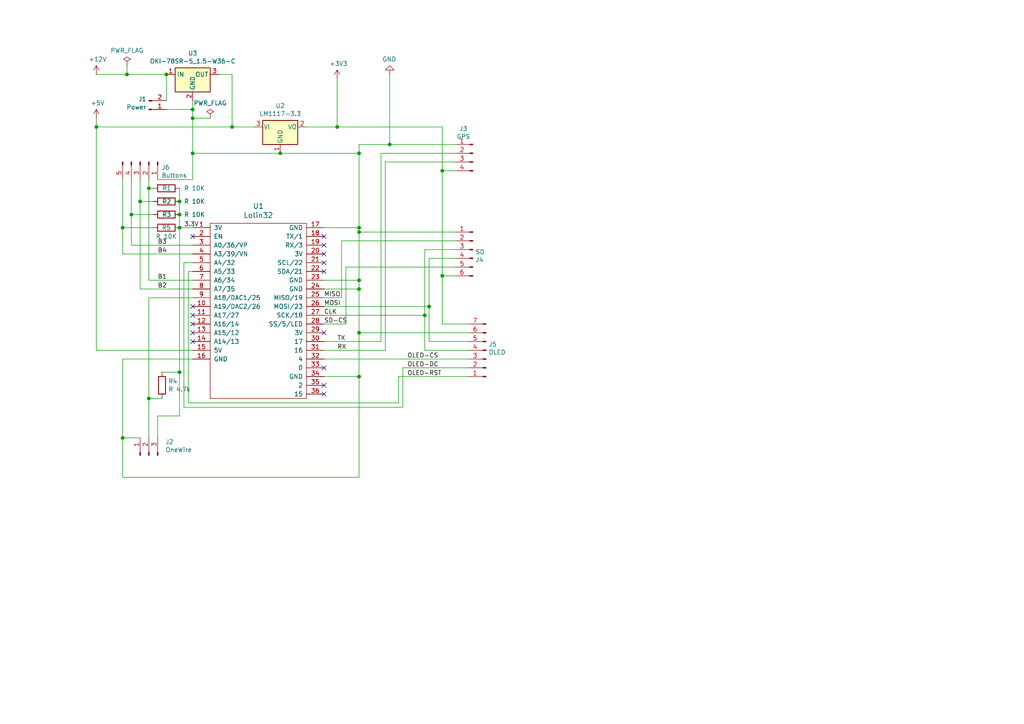
<source format=kicad_sch>
(kicad_sch (version 20211123) (generator eeschema)
  (paper "A4")
  (title_block (title "GpsRouteTracker") (date "2021-01-08") (rev "2.0.0") (company "Riegelbauer"))
  (lib_symbols
    (symbol "Connector:Conn_01x02_Male" (pin_names (offset 1.016) hide)
      (property "Reference" "J" (at 0 2.54 0))
      (property "Value" "Conn_01x02_Male" (at 0 -5.08 0))
      (symbol "Conn_01x02_Male_1_1"
        (polyline (pts (xy 1.27 -2.54) (xy 0.8636 -2.54)) (stroke (width 0.1524)))
        (polyline (pts (xy 1.27 0) (xy 0.8636 0)) (stroke (width 0.1524)))
        (rectangle (start 0.8636 -2.413) (end 0 -2.667) (stroke (width 0.1524)) (fill (type outline)))
        (rectangle (start 0.8636 0.127) (end 0 -0.127) (stroke (width 0.1524)) (fill (type outline)))
        (pin passive line (at 5.08 0 180) (length 3.81) (name "Pin_1") (number "1"))
        (pin passive line (at 5.08 -2.54 180) (length 3.81) (name "Pin_2") (number "2"))
      )
    )
    (symbol "Connector:Conn_01x03_Male" (pin_names (offset 1.016) hide)
      (property "Reference" "J" (at 0 5.08 0))
      (property "Value" "Conn_01x03_Male" (at 0 -5.08 0))
      (symbol "Conn_01x03_Male_1_1"
        (polyline (pts (xy 1.27 -2.54) (xy 0.8636 -2.54)) (stroke (width 0.1524)))
        (polyline (pts (xy 1.27 0) (xy 0.8636 0)) (stroke (width 0.1524)))
        (polyline (pts (xy 1.27 2.54) (xy 0.8636 2.54)) (stroke (width 0.1524)))
        (rectangle (start 0.8636 -2.413) (end 0 -2.667) (stroke (width 0.1524)) (fill (type outline)))
        (rectangle (start 0.8636 0.127) (end 0 -0.127) (stroke (width 0.1524)) (fill (type outline)))
        (rectangle (start 0.8636 2.667) (end 0 2.413) (stroke (width 0.1524)) (fill (type outline)))
        (pin passive line (at 5.08 2.54 180) (length 3.81) (name "Pin_1") (number "1"))
        (pin passive line (at 5.08 0 180) (length 3.81) (name "Pin_2") (number "2"))
        (pin passive line (at 5.08 -2.54 180) (length 3.81) (name "Pin_3") (number "3"))
      )
    )
    (symbol "Connector:Conn_01x04_Male" (pin_names (offset 1.016) hide)
      (property "Reference" "J" (at 0 5.08 0))
      (property "Value" "Conn_01x04_Male" (at 0 -7.62 0))
      (symbol "Conn_01x04_Male_1_1"
        (polyline (pts (xy 1.27 -5.08) (xy 0.8636 -5.08)) (stroke (width 0.1524)))
        (polyline (pts (xy 1.27 -2.54) (xy 0.8636 -2.54)) (stroke (width 0.1524)))
        (polyline (pts (xy 1.27 0) (xy 0.8636 0)) (stroke (width 0.1524)))
        (polyline (pts (xy 1.27 2.54) (xy 0.8636 2.54)) (stroke (width 0.1524)))
        (rectangle (start 0.8636 -4.953) (end 0 -5.207) (stroke (width 0.1524)) (fill (type outline)))
        (rectangle (start 0.8636 -2.413) (end 0 -2.667) (stroke (width 0.1524)) (fill (type outline)))
        (rectangle (start 0.8636 0.127) (end 0 -0.127) (stroke (width 0.1524)) (fill (type outline)))
        (rectangle (start 0.8636 2.667) (end 0 2.413) (stroke (width 0.1524)) (fill (type outline)))
        (pin passive line (at 5.08 2.54 180) (length 3.81) (name "Pin_1") (number "1"))
        (pin passive line (at 5.08 0 180) (length 3.81) (name "Pin_2") (number "2"))
        (pin passive line (at 5.08 -2.54 180) (length 3.81) (name "Pin_3") (number "3"))
        (pin passive line (at 5.08 -5.08 180) (length 3.81) (name "Pin_4") (number "4"))
      )
    )
    (symbol "Connector:Conn_01x05_Male" (pin_names (offset 1.016) hide)
      (property "Reference" "J" (at 0 7.62 0))
      (property "Value" "Conn_01x05_Male" (at 0 -7.62 0))
      (symbol "Conn_01x05_Male_1_1"
        (polyline (pts (xy 1.27 -5.08) (xy 0.8636 -5.08)) (stroke (width 0.1524)))
        (polyline (pts (xy 1.27 -2.54) (xy 0.8636 -2.54)) (stroke (width 0.1524)))
        (polyline (pts (xy 1.27 0) (xy 0.8636 0)) (stroke (width 0.1524)))
        (polyline (pts (xy 1.27 2.54) (xy 0.8636 2.54)) (stroke (width 0.1524)))
        (polyline (pts (xy 1.27 5.08) (xy 0.8636 5.08)) (stroke (width 0.1524)))
        (rectangle (start 0.8636 -4.953) (end 0 -5.207) (stroke (width 0.1524)) (fill (type outline)))
        (rectangle (start 0.8636 -2.413) (end 0 -2.667) (stroke (width 0.1524)) (fill (type outline)))
        (rectangle (start 0.8636 0.127) (end 0 -0.127) (stroke (width 0.1524)) (fill (type outline)))
        (rectangle (start 0.8636 2.667) (end 0 2.413) (stroke (width 0.1524)) (fill (type outline)))
        (rectangle (start 0.8636 5.207) (end 0 4.953) (stroke (width 0.1524)) (fill (type outline)))
        (pin passive line (at 5.08 5.08 180) (length 3.81) (name "Pin_1") (number "1"))
        (pin passive line (at 5.08 2.54 180) (length 3.81) (name "Pin_2") (number "2"))
        (pin passive line (at 5.08 0 180) (length 3.81) (name "Pin_3") (number "3"))
        (pin passive line (at 5.08 -2.54 180) (length 3.81) (name "Pin_4") (number "4"))
        (pin passive line (at 5.08 -5.08 180) (length 3.81) (name "Pin_5") (number "5"))
      )
    )
    (symbol "Connector:Conn_01x06_Male" (pin_names (offset 1.016) hide)
      (property "Reference" "J" (at 0 7.62 0))
      (property "Value" "Conn_01x06_Male" (at 0 -10.16 0))
      (symbol "Conn_01x06_Male_1_1"
        (polyline (pts (xy 1.27 -7.62) (xy 0.8636 -7.62)) (stroke (width 0.1524)))
        (polyline (pts (xy 1.27 -5.08) (xy 0.8636 -5.08)) (stroke (width 0.1524)))
        (polyline (pts (xy 1.27 -2.54) (xy 0.8636 -2.54)) (stroke (width 0.1524)))
        (polyline (pts (xy 1.27 0) (xy 0.8636 0)) (stroke (width 0.1524)))
        (polyline (pts (xy 1.27 2.54) (xy 0.8636 2.54)) (stroke (width 0.1524)))
        (polyline (pts (xy 1.27 5.08) (xy 0.8636 5.08)) (stroke (width 0.1524)))
        (rectangle (start 0.8636 -7.493) (end 0 -7.747) (stroke (width 0.1524)) (fill (type outline)))
        (rectangle (start 0.8636 -4.953) (end 0 -5.207) (stroke (width 0.1524)) (fill (type outline)))
        (rectangle (start 0.8636 -2.413) (end 0 -2.667) (stroke (width 0.1524)) (fill (type outline)))
        (rectangle (start 0.8636 0.127) (end 0 -0.127) (stroke (width 0.1524)) (fill (type outline)))
        (rectangle (start 0.8636 2.667) (end 0 2.413) (stroke (width 0.1524)) (fill (type outline)))
        (rectangle (start 0.8636 5.207) (end 0 4.953) (stroke (width 0.1524)) (fill (type outline)))
        (pin passive line (at 5.08 5.08 180) (length 3.81) (name "Pin_1") (number "1"))
        (pin passive line (at 5.08 2.54 180) (length 3.81) (name "Pin_2") (number "2"))
        (pin passive line (at 5.08 0 180) (length 3.81) (name "Pin_3") (number "3"))
        (pin passive line (at 5.08 -2.54 180) (length 3.81) (name "Pin_4") (number "4"))
        (pin passive line (at 5.08 -5.08 180) (length 3.81) (name "Pin_5") (number "5"))
        (pin passive line (at 5.08 -7.62 180) (length 3.81) (name "Pin_6") (number "6"))
      )
    )
    (symbol "Connector:Conn_01x07_Male" (pin_names (offset 1.016) hide)
      (property "Reference" "J" (at 0 10.16 0))
      (property "Value" "Conn_01x07_Male" (at 0 -10.16 0))
      (symbol "Conn_01x07_Male_1_1"
        (polyline (pts (xy 1.27 -7.62) (xy 0.8636 -7.62)) (stroke (width 0.1524)))
        (polyline (pts (xy 1.27 -5.08) (xy 0.8636 -5.08)) (stroke (width 0.1524)))
        (polyline (pts (xy 1.27 -2.54) (xy 0.8636 -2.54)) (stroke (width 0.1524)))
        (polyline (pts (xy 1.27 0) (xy 0.8636 0)) (stroke (width 0.1524)))
        (polyline (pts (xy 1.27 2.54) (xy 0.8636 2.54)) (stroke (width 0.1524)))
        (polyline (pts (xy 1.27 5.08) (xy 0.8636 5.08)) (stroke (width 0.1524)))
        (polyline (pts (xy 1.27 7.62) (xy 0.8636 7.62)) (stroke (width 0.1524)))
        (rectangle (start 0.8636 -7.493) (end 0 -7.747) (stroke (width 0.1524)) (fill (type outline)))
        (rectangle (start 0.8636 -4.953) (end 0 -5.207) (stroke (width 0.1524)) (fill (type outline)))
        (rectangle (start 0.8636 -2.413) (end 0 -2.667) (stroke (width 0.1524)) (fill (type outline)))
        (rectangle (start 0.8636 0.127) (end 0 -0.127) (stroke (width 0.1524)) (fill (type outline)))
        (rectangle (start 0.8636 2.667) (end 0 2.413) (stroke (width 0.1524)) (fill (type outline)))
        (rectangle (start 0.8636 5.207) (end 0 4.953) (stroke (width 0.1524)) (fill (type outline)))
        (rectangle (start 0.8636 7.747) (end 0 7.493) (stroke (width 0.1524)) (fill (type outline)))
        (pin passive line (at 5.08 7.62 180) (length 3.81) (name "Pin_1") (number "1"))
        (pin passive line (at 5.08 5.08 180) (length 3.81) (name "Pin_2") (number "2"))
        (pin passive line (at 5.08 2.54 180) (length 3.81) (name "Pin_3") (number "3"))
        (pin passive line (at 5.08 0 180) (length 3.81) (name "Pin_4") (number "4"))
        (pin passive line (at 5.08 -2.54 180) (length 3.81) (name "Pin_5") (number "5"))
        (pin passive line (at 5.08 -5.08 180) (length 3.81) (name "Pin_6") (number "6"))
        (pin passive line (at 5.08 -7.62 180) (length 3.81) (name "Pin_7") (number "7"))
      )
    )
    (symbol "Converter_DCDC:OKI-78SR-5_1.5-W36-C"
      (property "Reference" "U" (at -3.81 3.175 0))
      (property "Value" "OKI-78SR-5_1.5-W36-C" (at 0 3.175 0))
      (symbol "OKI-78SR-5_1.5-W36-C_0_1"
        (rectangle (start -5.08 1.905) (end 5.08 -5.08) (stroke (width 0.254)) (fill (type background)))
      )
      (symbol "OKI-78SR-5_1.5-W36-C_1_1"
        (pin power_in line (at -7.62 0 0) (length 2.54) (name "IN") (number "1"))
        (pin power_in line (at 0 -7.62 90) (length 2.54) (name "GND") (number "2"))
        (pin power_out line (at 7.62 0 180) (length 2.54) (name "OUT") (number "3"))
      )
    )
    (symbol "Device:R" (pin_numbers hide) (pin_names (offset 0))
      (property "Reference" "R" (at 2.032 0 90))
      (property "Value" "R" (at 0 0 90))
      (symbol "R_0_1"
        (rectangle (start -1.016 -2.54) (end 1.016 2.54) (stroke (width 0.254)))
      )
      (symbol "R_1_1"
        (pin passive line (at 0 3.81 270) (length 1.27) (name "~") (number "1"))
        (pin passive line (at 0 -3.81 90) (length 1.27) (name "~") (number "2"))
      )
    )
    (symbol "GpsRouteTracker-rescue:+3.3V-power" (power) (pin_names (offset 0))
      (property "Value" "+3.3V-power" (at 0 3.556 0))
      (symbol "+3.3V-power_0_1"
        (polyline (pts (xy -0.762 1.27) (xy 0 2.54)))
        (polyline (pts (xy 0 0) (xy 0 2.54)))
        (polyline (pts (xy 0 2.54) (xy 0.762 1.27)))
      )
      (symbol "+3.3V-power_1_1"
        (pin power_in line (at 0 0 90) (length 0) hide (name "+3V3") (number "1"))
      )
    )
    (symbol "GpsRouteTracker-rescue:Lolin32-symbols" (pin_names (offset 1.016))
      (property "Reference" "U" (at 19.05 -26.67 0))
      (property "Value" "Lolin32-symbols" (at -1.27 26.67 0))
      (symbol "Lolin32-symbols_0_1"
        (rectangle (start -7.62 25.4) (end 20.32 -25.4))
      )
      (symbol "Lolin32-symbols_1_1"
        (pin input line (at -12.7 24.13 0) (length 5.08) (name "3V") (number "1"))
        (pin input line (at -12.7 1.27 0) (length 5.08) (name "A19/DAC2/26") (number "10"))
        (pin input line (at -12.7 -1.27 0) (length 5.08) (name "A17/27") (number "11"))
        (pin input line (at -12.7 -3.81 0) (length 5.08) (name "A16/14") (number "12"))
        (pin input line (at -12.7 -6.35 0) (length 5.08) (name "A15/12") (number "13"))
        (pin input line (at -12.7 -8.89 0) (length 5.08) (name "A14/13") (number "14"))
        (pin input line (at -12.7 -11.43 0) (length 5.08) (name "5V") (number "15"))
        (pin input line (at -12.7 -13.97 0) (length 5.08) (name "GND") (number "16"))
        (pin input line (at 25.4 24.13 180) (length 5.08) (name "GND") (number "17"))
        (pin input line (at 25.4 21.59 180) (length 5.08) (name "TX/1") (number "18"))
        (pin input line (at 25.4 19.05 180) (length 5.08) (name "RX/3") (number "19"))
        (pin input line (at -12.7 21.59 0) (length 5.08) (name "EN") (number "2"))
        (pin input line (at 25.4 16.51 180) (length 5.08) (name "3V") (number "20"))
        (pin input line (at 25.4 13.97 180) (length 5.08) (name "SCL/22") (number "21"))
        (pin input line (at 25.4 11.43 180) (length 5.08) (name "SDA/21") (number "22"))
        (pin input line (at 25.4 8.89 180) (length 5.08) (name "GND") (number "23"))
        (pin input line (at 25.4 6.35 180) (length 5.08) (name "GND") (number "24"))
        (pin input line (at 25.4 3.81 180) (length 5.08) (name "MISO/19") (number "25"))
        (pin input line (at 25.4 1.27 180) (length 5.08) (name "MOSI/23") (number "26"))
        (pin input line (at 25.4 -1.27 180) (length 5.08) (name "SCK/18") (number "27"))
        (pin input line (at 25.4 -3.81 180) (length 5.08) (name "SS/5/LED") (number "28"))
        (pin input line (at 25.4 -6.35 180) (length 5.08) (name "3V") (number "29"))
        (pin input line (at -12.7 19.05 0) (length 5.08) (name "A0/36/VP") (number "3"))
        (pin input line (at 25.4 -8.89 180) (length 5.08) (name "17") (number "30"))
        (pin input line (at 25.4 -11.43 180) (length 5.08) (name "16") (number "31"))
        (pin input line (at 25.4 -13.97 180) (length 5.08) (name "4") (number "32"))
        (pin input line (at 25.4 -16.51 180) (length 5.08) (name "0") (number "33"))
        (pin input line (at 25.4 -19.05 180) (length 5.08) (name "GND") (number "34"))
        (pin input line (at 25.4 -21.59 180) (length 5.08) (name "2") (number "35"))
        (pin input line (at 25.4 -24.13 180) (length 5.08) (name "15") (number "36"))
        (pin input line (at -12.7 16.51 0) (length 5.08) (name "A3/39/VN") (number "4"))
        (pin input line (at -12.7 13.97 0) (length 5.08) (name "A4/32") (number "5"))
        (pin input line (at -12.7 11.43 0) (length 5.08) (name "A5/33") (number "6"))
        (pin input line (at -12.7 8.89 0) (length 5.08) (name "A6/34") (number "7"))
        (pin input line (at -12.7 6.35 0) (length 5.08) (name "A7/35") (number "8"))
        (pin input line (at -12.7 3.81 0) (length 5.08) (name "A18/DAC1/25") (number "9"))
      )
    )
    (symbol "Regulator_Linear:LM1117-3.3" (pin_names (offset 0.254))
      (property "Reference" "U" (at -3.81 3.175 0))
      (property "Value" "LM1117-3.3" (at 0 3.175 0))
      (symbol "LM1117-3.3_0_1"
        (rectangle (start -5.08 -5.08) (end 5.08 1.905) (stroke (width 0.254)) (fill (type background)))
      )
      (symbol "LM1117-3.3_1_1"
        (pin power_in line (at 0 -7.62 90) (length 2.54) (name "GND") (number "1"))
        (pin power_out line (at 7.62 0 180) (length 2.54) (name "VO") (number "2"))
        (pin power_in line (at -7.62 0 0) (length 2.54) (name "VI") (number "3"))
      )
    )
    (symbol "power:+12V" (power) (pin_names (offset 0))
      (property "Value" "+12V" (at 0 3.556 0))
      (symbol "+12V_0_1"
        (polyline (pts (xy -0.762 1.27) (xy 0 2.54)))
        (polyline (pts (xy 0 0) (xy 0 2.54)))
        (polyline (pts (xy 0 2.54) (xy 0.762 1.27)))
      )
      (symbol "+12V_1_1"
        (pin power_in line (at 0 0 90) (length 0) hide (name "+12V") (number "1"))
      )
    )
    (symbol "power:+5V" (power) (pin_names (offset 0))
      (property "Value" "+5V" (at 0 3.556 0))
      (symbol "+5V_0_1"
        (polyline (pts (xy -0.762 1.27) (xy 0 2.54)))
        (polyline (pts (xy 0 0) (xy 0 2.54)))
        (polyline (pts (xy 0 2.54) (xy 0.762 1.27)))
      )
      (symbol "+5V_1_1"
        (pin power_in line (at 0 0 90) (length 0) hide (name "+5V") (number "1"))
      )
    )
    (symbol "power:GND" (power) (pin_names (offset 0))
      (property "Value" "GND" (at 0 -3.81 0))
      (symbol "GND_0_1"
        (polyline (pts (xy 0 0) (xy 0 -1.27) (xy 1.27 -1.27) (xy 0 -2.54) (xy -1.27 -1.27) (xy 0 -1.27)))
      )
      (symbol "GND_1_1"
        (pin power_in line (at 0 0 270) (length 0) hide (name "GND") (number "1"))
      )
    )
    (symbol "power:PWR_FLAG" (power) (pin_numbers hide) (pin_names (offset 0) hide)
      (property "Value" "PWR_FLAG" (at 0 3.81 0))
      (symbol "PWR_FLAG_0_0"
        (pin power_out line (at 0 0 90) (length 0) (name "pwr") (number "1"))
      )
      (symbol "PWR_FLAG_0_1"
        (polyline (pts (xy 0 0) (xy 0 1.27) (xy -1.016 1.905) (xy 0 2.54) (xy 1.016 1.905) (xy 0 1.27)))
      )
    )
  )
  (junction (at 67.31 36.83))
  (junction (at 104.14 66.04))
  (junction (at 52.07 62.23))
  (junction (at 55.88 44.45))
  (junction (at 104.14 44.45))
  (junction (at 104.14 67.31))
  (junction (at 97.79 36.83))
  (junction (at 52.07 66.04))
  (junction (at 81.28 44.45))
  (junction (at 27.94 36.83))
  (junction (at 43.18 115.57))
  (junction (at 38.1 62.23))
  (junction (at 128.27 49.53))
  (junction (at 128.27 80.01))
  (junction (at 123.19 91.44))
  (junction (at 55.88 31.75))
  (junction (at 113.03 41.91))
  (junction (at 36.83 21.59))
  (junction (at 52.07 58.42))
  (junction (at 35.56 66.04))
  (junction (at 35.56 127))
  (junction (at 43.18 54.61))
  (junction (at 52.07 107.95))
  (junction (at 48.26 21.59))
  (junction (at 104.14 109.22))
  (junction (at 104.14 83.82))
  (junction (at 55.88 34.29))
  (junction (at 40.64 58.42))
  (junction (at 124.46 88.9))
  (junction (at 104.14 81.28))
  (junction (at 104.14 96.52))
  (no_connect (at 93.98 68.58))
  (no_connect (at 55.88 91.44))
  (no_connect (at 93.98 76.2))
  (no_connect (at 93.98 96.52))
  (no_connect (at 93.98 71.12))
  (no_connect (at 93.98 111.76))
  (no_connect (at 55.88 88.9))
  (no_connect (at 93.98 114.3))
  (no_connect (at 55.88 68.58))
  (no_connect (at 55.88 96.52))
  (no_connect (at 55.88 93.98))
  (no_connect (at 93.98 78.74))
  (no_connect (at 93.98 106.68))
  (no_connect (at 93.98 73.66))
  (no_connect (at 55.88 99.06))
  (wire (pts (xy 55.88 34.29) (xy 55.88 44.45)))
  (wire (pts (xy 52.07 66.04) (xy 52.07 62.23)))
  (wire (pts (xy 55.88 83.82) (xy 40.64 83.82)))
  (wire (pts (xy 110.49 44.45) (xy 132.08 44.45)))
  (wire (pts (xy 124.46 74.93) (xy 132.08 74.93)))
  (wire (pts (xy 123.19 101.6) (xy 135.89 101.6)))
  (wire (pts (xy 43.18 86.36) (xy 43.18 115.57)))
  (wire (pts (xy 93.98 104.14) (xy 135.89 104.14)))
  (wire (pts (xy 38.1 62.23) (xy 38.1 71.12)))
  (wire (pts (xy 115.57 109.22) (xy 135.89 109.22)))
  (wire (pts (xy 135.89 93.98) (xy 128.27 93.98)))
  (wire (pts (xy 55.88 52.07) (xy 55.88 44.45)))
  (wire (pts (xy 104.14 44.45) (xy 104.14 41.91)))
  (wire (pts (xy 81.28 44.45) (xy 104.14 44.45)))
  (wire (pts (xy 43.18 115.57) (xy 43.18 127)))
  (wire (pts (xy 93.98 81.28) (xy 104.14 81.28)))
  (wire (pts (xy 44.45 66.04) (xy 35.56 66.04)))
  (wire (pts (xy 55.88 71.12) (xy 38.1 71.12)))
  (wire (pts (xy 35.56 104.14) (xy 55.88 104.14)))
  (wire (pts (xy 44.45 62.23) (xy 38.1 62.23)))
  (wire (pts (xy 93.98 88.9) (xy 124.46 88.9)))
  (wire (pts (xy 124.46 88.9) (xy 124.46 74.93)))
  (wire (pts (xy 27.94 36.83) (xy 67.31 36.83)))
  (wire (pts (xy 99.06 69.85) (xy 99.06 86.36)))
  (wire (pts (xy 124.46 88.9) (xy 124.46 99.06)))
  (wire (pts (xy 113.03 21.59) (xy 113.03 41.91)))
  (wire (pts (xy 111.76 101.6) (xy 111.76 46.99)))
  (wire (pts (xy 44.45 54.61) (xy 43.18 54.61)))
  (wire (pts (xy 93.98 109.22) (xy 104.14 109.22)))
  (wire (pts (xy 55.88 73.66) (xy 35.56 73.66)))
  (wire (pts (xy 55.88 34.29) (xy 60.96 34.29)))
  (wire (pts (xy 27.94 21.59) (xy 36.83 21.59)))
  (wire (pts (xy 43.18 52.07) (xy 43.18 54.61)))
  (wire (pts (xy 55.88 44.45) (xy 81.28 44.45)))
  (wire (pts (xy 113.03 41.91) (xy 132.08 41.91)))
  (wire (pts (xy 43.18 54.61) (xy 43.18 81.28)))
  (wire (pts (xy 55.88 76.2) (xy 53.34 76.2)))
  (wire (pts (xy 100.33 77.47) (xy 132.08 77.47)))
  (wire (pts (xy 128.27 49.53) (xy 132.08 49.53)))
  (wire (pts (xy 52.07 66.04) (xy 55.88 66.04)))
  (wire (pts (xy 48.26 31.75) (xy 55.88 31.75)))
  (wire (pts (xy 40.64 58.42) (xy 40.64 83.82)))
  (wire (pts (xy 40.64 52.07) (xy 40.64 58.42)))
  (wire (pts (xy 54.61 116.84) (xy 115.57 116.84)))
  (wire (pts (xy 99.06 86.36) (xy 93.98 86.36)))
  (wire (pts (xy 43.18 115.57) (xy 46.99 115.57)))
  (wire (pts (xy 100.33 93.98) (xy 100.33 77.47)))
  (wire (pts (xy 93.98 99.06) (xy 110.49 99.06)))
  (wire (pts (xy 104.14 81.28) (xy 104.14 83.82)))
  (wire (pts (xy 54.61 78.74) (xy 54.61 116.84)))
  (wire (pts (xy 111.76 46.99) (xy 132.08 46.99)))
  (wire (pts (xy 67.31 21.59) (xy 67.31 36.83)))
  (wire (pts (xy 88.9 36.83) (xy 97.79 36.83)))
  (wire (pts (xy 116.84 118.11) (xy 116.84 106.68)))
  (wire (pts (xy 104.14 67.31) (xy 104.14 81.28)))
  (wire (pts (xy 52.07 120.65) (xy 45.72 120.65)))
  (wire (pts (xy 104.14 41.91) (xy 113.03 41.91)))
  (wire (pts (xy 52.07 66.04) (xy 52.07 107.95)))
  (wire (pts (xy 55.88 31.75) (xy 55.88 34.29)))
  (wire (pts (xy 135.89 96.52) (xy 104.14 96.52)))
  (wire (pts (xy 35.56 127) (xy 35.56 138.43)))
  (wire (pts (xy 53.34 76.2) (xy 53.34 118.11)))
  (wire (pts (xy 115.57 116.84) (xy 115.57 109.22)))
  (wire (pts (xy 128.27 36.83) (xy 128.27 49.53)))
  (wire (pts (xy 52.07 107.95) (xy 52.07 120.65)))
  (wire (pts (xy 52.07 107.95) (xy 46.99 107.95)))
  (wire (pts (xy 123.19 91.44) (xy 123.19 101.6)))
  (wire (pts (xy 55.88 81.28) (xy 43.18 81.28)))
  (wire (pts (xy 55.88 29.21) (xy 55.88 31.75)))
  (wire (pts (xy 35.56 138.43) (xy 104.14 138.43)))
  (wire (pts (xy 97.79 36.83) (xy 97.79 22.86)))
  (wire (pts (xy 55.88 78.74) (xy 54.61 78.74)))
  (wire (pts (xy 27.94 36.83) (xy 27.94 101.6)))
  (wire (pts (xy 110.49 44.45) (xy 110.49 99.06)))
  (wire (pts (xy 104.14 44.45) (xy 104.14 66.04)))
  (wire (pts (xy 128.27 49.53) (xy 128.27 80.01)))
  (wire (pts (xy 35.56 66.04) (xy 35.56 73.66)))
  (wire (pts (xy 132.08 72.39) (xy 123.19 72.39)))
  (wire (pts (xy 27.94 34.29) (xy 27.94 36.83)))
  (wire (pts (xy 52.07 62.23) (xy 52.07 58.42)))
  (wire (pts (xy 93.98 83.82) (xy 104.14 83.82)))
  (wire (pts (xy 93.98 93.98) (xy 100.33 93.98)))
  (wire (pts (xy 55.88 86.36) (xy 43.18 86.36)))
  (wire (pts (xy 45.72 127) (xy 45.72 120.65)))
  (wire (pts (xy 52.07 58.42) (xy 52.07 54.61)))
  (wire (pts (xy 44.45 58.42) (xy 40.64 58.42)))
  (wire (pts (xy 124.46 99.06) (xy 135.89 99.06)))
  (wire (pts (xy 132.08 69.85) (xy 99.06 69.85)))
  (wire (pts (xy 104.14 109.22) (xy 104.14 138.43)))
  (wire (pts (xy 67.31 36.83) (xy 73.66 36.83)))
  (wire (pts (xy 123.19 91.44) (xy 93.98 91.44)))
  (wire (pts (xy 128.27 80.01) (xy 132.08 80.01)))
  (wire (pts (xy 93.98 66.04) (xy 104.14 66.04)))
  (wire (pts (xy 104.14 66.04) (xy 104.14 67.31)))
  (wire (pts (xy 40.64 127) (xy 35.56 127)))
  (wire (pts (xy 36.83 21.59) (xy 48.26 21.59)))
  (wire (pts (xy 35.56 52.07) (xy 35.56 66.04)))
  (wire (pts (xy 50.8 66.04) (xy 52.07 66.04)))
  (wire (pts (xy 53.34 118.11) (xy 116.84 118.11)))
  (wire (pts (xy 63.5 21.59) (xy 67.31 21.59)))
  (wire (pts (xy 116.84 106.68) (xy 135.89 106.68)))
  (wire (pts (xy 36.83 19.05) (xy 36.83 21.59)))
  (wire (pts (xy 104.14 96.52) (xy 104.14 109.22)))
  (wire (pts (xy 132.08 67.31) (xy 104.14 67.31)))
  (wire (pts (xy 93.98 101.6) (xy 111.76 101.6)))
  (wire (pts (xy 45.72 52.07) (xy 55.88 52.07)))
  (wire (pts (xy 38.1 52.07) (xy 38.1 62.23)))
  (wire (pts (xy 104.14 83.82) (xy 104.14 96.52)))
  (wire (pts (xy 128.27 93.98) (xy 128.27 80.01)))
  (wire (pts (xy 48.26 29.21) (xy 48.26 21.59)))
  (wire (pts (xy 97.79 36.83) (xy 128.27 36.83)))
  (wire (pts (xy 27.94 101.6) (xy 55.88 101.6)))
  (wire (pts (xy 123.19 72.39) (xy 123.19 91.44)))
  (wire (pts (xy 35.56 104.14) (xy 35.56 127)))
  (label "TX" (at 97.79 99.06 0))
  (label "MOSI" (at 93.98 88.9 0))
  (label "MISO" (at 93.98 86.36 0))
  (label "B2" (at 45.72 83.82 0))
  (label "OLED-DC" (at 118.11 106.68 0))
  (label "OLED-RST" (at 118.11 109.22 0))
  (label "OLED-CS" (at 118.11 104.14 0))
  (label "B3" (at 45.72 71.12 0))
  (label "SD-CS" (at 93.98 93.98 0))
  (label "CLK" (at 93.98 91.44 0))
  (label "B4" (at 45.72 73.66 0))
  (label "3.3V" (at 53.34 66.04 0))
  (label "B1" (at 45.72 81.28 0))
  (label "RX" (at 97.79 101.6 0))
  (symbol (lib_id "GpsRouteTracker-rescue:Lolin32-symbols") (at 68.58 90.17 0) (unit 1)
    (property "Reference" "U1" (at 74.93 59.7662 0) (effects (font (size 1.524 1.524))))
    (property "Value" "Lolin32" (at 74.93 62.4586 0) (effects (font (size 1.524 1.524))))
    (property "Footprint" "Lolin32:Lolin32" (effects hide))
  )
  (symbol (lib_id "Device:R") (at 48.26 54.61 270) (unit 1)
    (property "Reference" "R1" (at 46.99 54.61 90) (effects (justify left)))
    (property "Value" "R 10K" (at 53.34 54.61 90) (effects (justify left)))
    (property "Footprint" "Resistor_THT:R_Axial_DIN0207_L6.3mm_D2.5mm_P2.54mm_Vertical" (effects hide))
  )
  (symbol (lib_id "power:+5V") (at 27.94 34.29 0) (unit 1)
    (property "Reference" "#PWR0102" (effects hide))
    (property "Value" "+5V" (at 28.321 29.8958 0))
  )
  (symbol (lib_id "Connector:Conn_01x06_Male") (at 137.16 72.39 0) (mirror y) (unit 1)
    (property "Reference" "J4" (at 137.8712 75.3872 0) (effects (justify right)))
    (property "Value" "SD" (at 137.8712 73.0758 0) (effects (justify right)))
    (property "Footprint" "Connector_PinHeader_2.54mm:PinHeader_1x06_P2.54mm_Vertical" (effects hide))
  )
  (symbol (lib_id "Connector:Conn_01x07_Male") (at 140.97 101.6 180) (unit 1)
    (property "Reference" "J5" (at 141.6812 99.8728 0) (effects (justify right)))
    (property "Value" "OLED" (at 141.6812 102.1842 0) (effects (justify right)))
    (property "Footprint" "Connector_PinHeader_2.54mm:PinHeader_1x07_P2.54mm_Vertical" (effects hide))
  )
  (symbol (lib_id "Regulator_Linear:LM1117-3.3") (at 81.28 36.83 0) (unit 1)
    (property "Reference" "U2" (at 81.28 30.6832 0))
    (property "Value" "LM1117-3.3" (at 81.28 32.9946 0))
    (property "Footprint" "Package_TO_SOT_THT:TO-220F-3_Vertical" (effects hide))
    (property "Datasheet" "http://www.ti.com/lit/ds/symlink/lm1117.pdf" (effects hide))
  )
  (symbol (lib_id "GpsRouteTracker-rescue:+3.3V-power") (at 97.79 22.86 0) (unit 1)
    (property "Reference" "#PWR0103" (effects hide))
    (property "Value" "+3.3V" (at 98.171 18.4658 0))
  )
  (symbol (lib_id "Connector:Conn_01x04_Male") (at 137.16 44.45 0) (mirror y) (unit 1)
    (property "Reference" "J3" (at 134.4168 37.3126 0))
    (property "Value" "GPS" (at 134.4168 39.624 0))
    (property "Footprint" "Connector_PinHeader_2.54mm:PinHeader_1x04_P2.54mm_Vertical" (effects hide))
  )
  (symbol (lib_id "Connector:Conn_01x03_Male") (at 43.18 132.08 90) (unit 1)
    (property "Reference" "J2" (at 47.9552 128.1684 90) (effects (justify right)))
    (property "Value" "OneWire" (at 47.9552 130.4798 90) (effects (justify right)))
    (property "Footprint" "Connector_PinHeader_2.54mm:PinHeader_1x03_P2.54mm_Vertical" (effects hide))
  )
  (symbol (lib_id "Device:R") (at 46.99 111.76 180) (unit 1)
    (property "Reference" "R4" (at 48.768 110.5916 0) (effects (justify right)))
    (property "Value" "R 4.7k" (at 48.768 112.903 0) (effects (justify right)))
    (property "Footprint" "Resistor_THT:R_Axial_DIN0207_L6.3mm_D2.5mm_P2.54mm_Vertical" (effects hide))
  )
  (symbol (lib_id "Connector:Conn_01x05_Male") (at 40.64 46.99 270) (unit 1)
    (property "Reference" "J6" (at 46.8376 48.5648 90) (effects (justify left)))
    (property "Value" "Buttons" (at 46.8376 50.8762 90) (effects (justify left)))
    (property "Footprint" "Connector_PinHeader_2.54mm:PinHeader_1x05_P2.54mm_Vertical" (effects hide))
  )
  (symbol (lib_id "Device:R") (at 48.26 62.23 270) (unit 1)
    (property "Reference" "R3" (at 46.99 62.23 90) (effects (justify left)))
    (property "Value" "R 10K" (at 53.34 62.23 90) (effects (justify left)))
    (property "Footprint" "Resistor_THT:R_Axial_DIN0207_L6.3mm_D2.5mm_P2.54mm_Vertical" (effects hide))
  )
  (symbol (lib_id "Device:R") (at 48.26 58.42 270) (unit 1)
    (property "Reference" "R2" (at 46.99 58.42 90) (effects (justify left)))
    (property "Value" "R 10K" (at 53.34 58.42 90) (effects (justify left)))
    (property "Footprint" "Resistor_THT:R_Axial_DIN0207_L6.3mm_D2.5mm_P2.54mm_Vertical" (effects hide))
  )
  (symbol (lib_id "Device:R") (at 48.26 66.04 270) (unit 1)
    (property "Reference" "R5" (at 48.26 66.04 90))
    (property "Value" "R 10K" (at 48.26 68.58 90))
    (property "Footprint" "Resistor_THT:R_Axial_DIN0207_L6.3mm_D2.5mm_P2.54mm_Vertical" (effects hide))
  )
  (symbol (lib_id "power:GND") (at 113.03 21.59 180) (unit 1)
    (property "Reference" "#PWR0101" (effects hide))
    (property "Value" "GND" (at 112.903 17.1958 0))
  )
  (symbol (lib_id "power:PWR_FLAG") (at 36.83 19.05 0) (unit 1)
    (property "Reference" "#FLG0101" (effects hide))
    (property "Value" "PWR_FLAG" (at 36.83 14.6558 0))
  )
  (symbol (lib_id "power:PWR_FLAG") (at 60.96 34.29 0) (unit 1)
    (property "Reference" "#FLG0102" (effects hide))
    (property "Value" "PWR_FLAG" (at 60.96 29.8958 0))
  )
  (symbol (lib_id "power:+12V") (at 27.94 21.59 0) (unit 1)
    (property "Reference" "#PWR0104" (effects hide))
    (property "Value" "+12V" (at 28.321 17.1958 0))
  )
  (symbol (lib_id "Connector:Conn_01x02_Male") (at 43.18 31.75 0) (mirror x) (unit 1)
    (property "Reference" "J1" (at 42.4942 28.7528 0) (effects (justify right)))
    (property "Value" "Power" (at 42.4942 31.0642 0) (effects (justify right)))
    (property "Footprint" "Connector_PinHeader_2.54mm:PinHeader_1x02_P2.54mm_Vertical" (effects hide))
  )
  (symbol (lib_id "Converter_DCDC:OKI-78SR-5_1.5-W36-C") (at 55.88 21.59 0) (unit 1)
    (property "Reference" "U3" (at 55.88 15.4432 0))
    (property "Value" "OKI-78SR-5_1.5-W36-C" (at 55.88 17.7546 0))
    (property "Footprint" "Converter_DCDC:Converter_DCDC_muRata_OKI-78SR_Vertical" (effects hide))
    (property "Datasheet" "https://power.murata.com/data/power/oki-78sr.pdf" (effects hide))
  )
)
</source>
